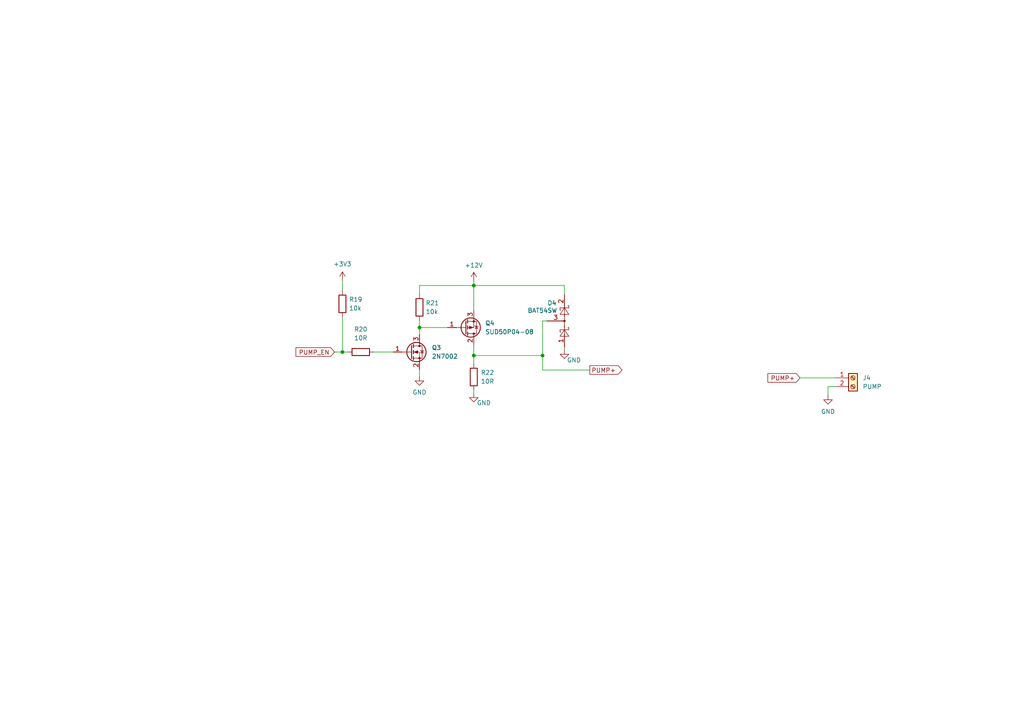
<source format=kicad_sch>
(kicad_sch (version 20211123) (generator eeschema)
  (paper "A4")
  (title_block (title "LINBus Pump Controller") (date "2023-02-20") (rev "1.0") (company "Gavin Hurlbut"))
  (lib_symbols
    (symbol "+12V_1" (power) (pin_names (offset 0))
      (property "Value" "+12V_1" (at 0 3.556 0))
      (symbol "+12V_1_0_1"
        (polyline (pts (xy -0.762 1.27) (xy 0 2.54)))
        (polyline (pts (xy 0 0) (xy 0 2.54)))
        (polyline (pts (xy 0 2.54) (xy 0.762 1.27)))
      )
      (symbol "+12V_1_1_1"
        (pin power_in line (at 0 0 90) (length 0) hide (name "+12V") (number "1"))
      )
    )
    (symbol "Connector:Screw_Terminal_01x02" (pin_names (offset 1.016) hide)
      (property "Reference" "J" (at 0 2.54 0))
      (property "Value" "Screw_Terminal_01x02" (at 0 -5.08 0))
      (symbol "Screw_Terminal_01x02_1_1"
        (rectangle (start -1.27 1.27) (end 1.27 -3.81) (stroke (width 0.254)) (fill (type background)))
        (circle (center 0 -2.54) (radius 0.635) (stroke (width 0.1524)))
        (polyline (pts (xy -0.5334 -2.2098) (xy 0.3302 -3.048)) (stroke (width 0.1524)))
        (polyline (pts (xy -0.5334 0.3302) (xy 0.3302 -0.508)) (stroke (width 0.1524)))
        (polyline (pts (xy -0.3556 -2.032) (xy 0.508 -2.8702)) (stroke (width 0.1524)))
        (polyline (pts (xy -0.3556 0.508) (xy 0.508 -0.3302)) (stroke (width 0.1524)))
        (circle (center 0 0) (radius 0.635) (stroke (width 0.1524)))
        (pin passive line (at -5.08 0 0) (length 3.81) (name "Pin_1") (number "1"))
        (pin passive line (at -5.08 -2.54 0) (length 3.81) (name "Pin_2") (number "2"))
      )
    )
    (symbol "Device:R" (pin_numbers hide) (pin_names (offset 0))
      (property "Reference" "R" (at 2.032 0 90))
      (property "Value" "R" (at 0 0 90))
      (symbol "R_0_1"
        (rectangle (start -1.016 -2.54) (end 1.016 2.54) (stroke (width 0.254)))
      )
      (symbol "R_1_1"
        (pin passive line (at 0 3.81 270) (length 1.27) (name "~") (number "1"))
        (pin passive line (at 0 -3.81 90) (length 1.27) (name "~") (number "2"))
      )
    )
    (symbol "Diode:BAT54SW" (pin_names (offset 1.016))
      (property "Reference" "D" (at 0.635 -3.81 0))
      (property "Value" "BAT54SW" (at -6.35 3.175 0))
      (symbol "BAT54SW_0_1"
        (polyline (pts (xy -3.81 0) (xy -1.27 0)))
        (polyline (pts (xy -3.175 -1.27) (xy -3.175 -1.016)))
        (polyline (pts (xy -2.54 -1.27) (xy -3.175 -1.27)))
        (polyline (pts (xy -2.54 -1.27) (xy -2.54 1.27)))
        (polyline (pts (xy -2.54 1.27) (xy -1.905 1.27)))
        (polyline (pts (xy -1.905 0) (xy 1.905 0)))
        (polyline (pts (xy -1.905 1.27) (xy -1.905 1.016)))
        (polyline (pts (xy 1.27 0) (xy 3.81 0)))
        (polyline (pts (xy 3.175 -1.27) (xy 3.175 -1.016)))
        (polyline (pts (xy 3.81 -1.27) (xy 3.175 -1.27)))
        (polyline (pts (xy 3.81 -1.27) (xy 3.81 1.27)))
        (polyline (pts (xy 3.81 1.27) (xy 4.445 1.27)))
        (polyline (pts (xy 4.445 1.27) (xy 4.445 1.016)))
        (polyline (pts (xy -4.445 1.27) (xy -4.445 -1.27) (xy -2.54 0) (xy -4.445 1.27)))
        (polyline (pts (xy 1.905 1.27) (xy 1.905 -1.27) (xy 3.81 0) (xy 1.905 1.27)))
        (circle (center 0 0) (radius 0.254) (fill (type outline)))
      )
      (symbol "BAT54SW_1_1"
        (pin passive line (at -7.62 0 0) (length 3.81) (name "~") (number "1"))
        (pin passive line (at 7.62 0 180) (length 3.81) (name "~") (number "2"))
        (pin passive line (at 0 -5.08 90) (length 5.08) (name "~") (number "3"))
      )
    )
    (symbol "GND_1" (power) (pin_names (offset 0))
      (property "Value" "GND_1" (at 0 -3.81 0))
      (symbol "GND_1_0_1"
        (polyline (pts (xy 0 0) (xy 0 -1.27) (xy 1.27 -1.27) (xy 0 -2.54) (xy -1.27 -1.27) (xy 0 -1.27)))
      )
      (symbol "GND_1_1_1"
        (pin power_in line (at 0 0 270) (length 0) hide (name "GND") (number "1"))
      )
    )
    (symbol "GND_2" (power) (pin_names (offset 0))
      (property "Value" "GND_2" (at 0 -3.81 0))
      (symbol "GND_2_0_1"
        (polyline (pts (xy 0 0) (xy 0 -1.27) (xy 1.27 -1.27) (xy 0 -2.54) (xy -1.27 -1.27) (xy 0 -1.27)))
      )
      (symbol "GND_2_1_1"
        (pin power_in line (at 0 0 270) (length 0) hide (name "GND") (number "1"))
      )
    )
    (symbol "Transistor_FET:2N7002" (pin_names hide)
      (property "Reference" "Q" (at 5.08 1.905 0))
      (property "Value" "2N7002" (at 5.08 0 0))
      (symbol "2N7002_0_1"
        (polyline (pts (xy 0.254 0) (xy -2.54 0)))
        (polyline (pts (xy 0.254 1.905) (xy 0.254 -1.905)) (stroke (width 0.254)))
        (polyline (pts (xy 0.762 -1.27) (xy 0.762 -2.286)) (stroke (width 0.254)))
        (polyline (pts (xy 0.762 0.508) (xy 0.762 -0.508)) (stroke (width 0.254)))
        (polyline (pts (xy 0.762 2.286) (xy 0.762 1.27)) (stroke (width 0.254)))
        (polyline (pts (xy 2.54 2.54) (xy 2.54 1.778)))
        (polyline (pts (xy 2.54 -2.54) (xy 2.54 0) (xy 0.762 0)))
        (polyline (pts (xy 0.762 -1.778) (xy 3.302 -1.778) (xy 3.302 1.778) (xy 0.762 1.778)))
        (polyline (pts (xy 1.016 0) (xy 2.032 0.381) (xy 2.032 -0.381) (xy 1.016 0)) (fill (type outline)))
        (polyline (pts (xy 2.794 0.508) (xy 2.921 0.381) (xy 3.683 0.381) (xy 3.81 0.254)))
        (polyline (pts (xy 3.302 0.381) (xy 2.921 -0.254) (xy 3.683 -0.254) (xy 3.302 0.381)))
        (circle (center 1.651 0) (radius 2.794) (stroke (width 0.254)))
        (circle (center 2.54 -1.778) (radius 0.254) (fill (type outline)))
        (circle (center 2.54 1.778) (radius 0.254) (fill (type outline)))
      )
      (symbol "2N7002_1_1"
        (pin input line (at -5.08 0 0) (length 2.54) (name "G") (number "1"))
        (pin passive line (at 2.54 -5.08 90) (length 2.54) (name "S") (number "2"))
        (pin passive line (at 2.54 5.08 270) (length 2.54) (name "D") (number "3"))
      )
    )
    (symbol "Transistor_FET:SUD50P04-08" (pin_names hide)
      (property "Reference" "Q" (at 4.953 1.905 0))
      (property "Value" "SUD50P04-08" (at 4.953 0 0))
      (symbol "SUD50P04-08_0_1"
        (polyline (pts (xy 0.254 0) (xy -2.54 0)))
        (polyline (pts (xy 0.254 1.905) (xy 0.254 -1.905)) (stroke (width 0.254)))
        (polyline (pts (xy 0.762 -1.27) (xy 0.762 -2.286)) (stroke (width 0.254)))
        (polyline (pts (xy 0.762 0.508) (xy 0.762 -0.508)) (stroke (width 0.254)))
        (polyline (pts (xy 0.762 2.286) (xy 0.762 1.27)) (stroke (width 0.254)))
        (polyline (pts (xy 2.54 2.54) (xy 2.54 1.778)))
        (polyline (pts (xy 2.54 -2.54) (xy 2.54 0) (xy 0.762 0)))
        (polyline (pts (xy 0.762 1.778) (xy 3.302 1.778) (xy 3.302 -1.778) (xy 0.762 -1.778)))
        (polyline (pts (xy 2.286 0) (xy 1.27 0.381) (xy 1.27 -0.381) (xy 2.286 0)) (fill (type outline)))
        (polyline (pts (xy 2.794 -0.508) (xy 2.921 -0.381) (xy 3.683 -0.381) (xy 3.81 -0.254)))
        (polyline (pts (xy 3.302 -0.381) (xy 2.921 0.254) (xy 3.683 0.254) (xy 3.302 -0.381)))
        (circle (center 1.651 0) (radius 2.794) (stroke (width 0.254)))
        (circle (center 2.54 -1.778) (radius 0.254) (fill (type outline)))
        (circle (center 2.54 1.778) (radius 0.254) (fill (type outline)))
      )
      (symbol "SUD50P04-08_1_1"
        (pin input line (at -5.08 0 0) (length 2.54) (name "G") (number "1"))
        (pin passive line (at 2.54 5.08 270) (length 2.54) (name "D") (number "2"))
        (pin passive line (at 2.54 -5.08 90) (length 2.54) (name "S") (number "3"))
      )
    )
    (symbol "power:+3V3" (power) (pin_names (offset 0))
      (property "Value" "+3V3" (at 0 3.556 0))
      (symbol "+3V3_0_1"
        (polyline (pts (xy -0.762 1.27) (xy 0 2.54)))
        (polyline (pts (xy 0 0) (xy 0 2.54)))
        (polyline (pts (xy 0 2.54) (xy 0.762 1.27)))
      )
      (symbol "+3V3_1_1"
        (pin power_in line (at 0 0 90) (length 0) hide (name "+3V3") (number "1"))
      )
    )
    (symbol "power:GND" (power) (pin_names (offset 0))
      (property "Value" "GND" (at 0 -3.81 0))
      (symbol "GND_0_1"
        (polyline (pts (xy 0 0) (xy 0 -1.27) (xy 1.27 -1.27) (xy 0 -2.54) (xy -1.27 -1.27) (xy 0 -1.27)))
      )
      (symbol "GND_1_1"
        (pin power_in line (at 0 0 270) (length 0) hide (name "GND") (number "1"))
      )
    )
  )
  (junction (at 137.414 103.124))
  (junction (at 99.314 102.108))
  (junction (at 157.353 103.124))
  (junction (at 137.414 82.804))
  (junction (at 121.666 94.996))
  (wire (pts (xy 137.414 81.534) (xy 137.414 82.804)))
  (wire (pts (xy 121.666 107.188) (xy 121.666 109.22)))
  (wire (pts (xy 240.157 114.681) (xy 240.157 112.141)))
  (wire (pts (xy 137.414 82.804) (xy 163.703 82.804)))
  (wire (pts (xy 137.414 103.124) (xy 157.353 103.124)))
  (wire (pts (xy 100.838 102.108) (xy 99.314 102.108)))
  (wire (pts (xy 121.666 85.344) (xy 121.666 82.804)))
  (wire (pts (xy 242.316 109.601) (xy 232.029 109.601)))
  (wire (pts (xy 99.314 84.328) (xy 99.314 81.407)))
  (wire (pts (xy 108.458 102.108) (xy 114.046 102.108)))
  (wire (pts (xy 137.414 113.157) (xy 137.414 114.046)))
  (wire (pts (xy 163.703 82.804) (xy 163.703 85.471)))
  (wire (pts (xy 121.666 82.804) (xy 137.414 82.804)))
  (wire (pts (xy 121.666 94.996) (xy 129.794 94.996)))
  (wire (pts (xy 157.353 103.124) (xy 157.353 107.315)))
  (wire (pts (xy 137.414 105.537) (xy 137.414 103.124)))
  (wire (pts (xy 158.623 93.091) (xy 157.353 93.091)))
  (wire (pts (xy 121.666 92.964) (xy 121.666 94.996)))
  (wire (pts (xy 157.353 93.091) (xy 157.353 103.124)))
  (wire (pts (xy 99.314 91.948) (xy 99.314 102.108)))
  (wire (pts (xy 137.414 82.804) (xy 137.414 89.916)))
  (wire (pts (xy 157.353 107.315) (xy 171.069 107.315)))
  (wire (pts (xy 121.666 94.996) (xy 121.666 97.028)))
  (wire (pts (xy 240.157 112.141) (xy 242.316 112.141)))
  (wire (pts (xy 163.703 100.711) (xy 163.703 101.473)))
  (wire (pts (xy 99.314 102.108) (xy 97.028 102.108)))
  (wire (pts (xy 137.414 103.124) (xy 137.414 100.076)))
  (global_label "PUMP+" (shape input) (at 232.029 109.601 180) (property "Intersheet References" "${INTERSHEET_REFS}" (effects hide)))
  (global_label "PUMP+" (shape output) (at 171.069 107.315 0) (property "Intersheet References" "${INTERSHEET_REFS}" (effects hide)))
  (global_label "PUMP_EN" (shape input) (at 97.028 102.108 180) (property "Intersheet References" "${INTERSHEET_REFS}" (effects hide)))
  (symbol (lib_name "GND_2") (lib_id "power:GND") (at 121.666 109.22 0) (unit 1)
    (property "Reference" "#PWR041" (effects hide))
    (property "Value" "GND" (at 121.666 113.792 0))
  )
  (symbol (lib_id "Connector:Screw_Terminal_01x02") (at 247.396 109.601 0) (unit 1)
    (property "Reference" "J4" (at 250.19 109.6009 0) (effects (justify left)))
    (property "Value" "PUMP" (at 250.19 112.1409 0) (effects (justify left)))
    (property "Footprint" "TerminalBlock_TE-Connectivity:TerminalBlock_TE_282834-2_1x02_P2.54mm_Horizontal" (effects hide))
  )
  (symbol (lib_id "Device:R") (at 104.648 102.108 90) (unit 1)
    (property "Reference" "R20" (at 104.648 95.504 90))
    (property "Value" "10R" (at 104.648 98.044 90))
    (property "Footprint" "Resistor_SMD:R_0805_2012Metric_Pad1.20x1.40mm_HandSolder" (effects hide))
  )
  (symbol (lib_name "GND_1") (lib_id "power:GND") (at 137.414 114.046 0) (unit 1)
    (property "Reference" "#PWR043" (effects hide))
    (property "Value" "GND" (at 140.335 116.84 0))
  )
  (symbol (lib_id "Transistor_FET:SUD50P04-08") (at 134.874 94.996 0) (mirror x) (unit 1)
    (property "Reference" "Q4" (at 140.716 93.7259 0) (effects (justify left)))
    (property "Value" "SUD50P04-08" (at 140.716 96.2659 0) (effects (justify left)))
    (property "Footprint" "Package_TO_SOT_SMD:TO-252-2" (effects hide))
    (property "Datasheet" "https://www.vishay.com/docs/65594/sud50p04-08.pdf" (effects hide))
  )
  (symbol (lib_id "power:+3V3") (at 99.314 81.407 0) (unit 1)
    (property "Reference" "#PWR040" (effects hide))
    (property "Value" "+3V3" (at 99.314 76.581 0))
  )
  (symbol (lib_id "Device:R") (at 99.314 88.138 0) (unit 1)
    (property "Reference" "R19" (at 101.219 86.8679 0) (effects (justify left)))
    (property "Value" "10k" (at 101.219 89.4079 0) (effects (justify left)))
    (property "Footprint" "Resistor_SMD:R_0805_2012Metric_Pad1.20x1.40mm_HandSolder" (effects hide))
  )
  (symbol (lib_id "Diode:BAT54SW") (at 163.703 93.091 270) (mirror x) (unit 1)
    (property "Reference" "D4" (at 158.75 87.884 90) (effects (justify left)))
    (property "Value" "BAT54SW" (at 153.0096 90.0684 90) (effects (justify left)))
    (property "Footprint" "Package_TO_SOT_SMD:SOT-323_SC-70" (effects hide))
    (property "Datasheet" "https://assets.nexperia.com/documents/data-sheet/BAT54W_SER.pdf" (effects hide))
  )
  (symbol (lib_id "Device:R") (at 137.414 109.347 0) (unit 1)
    (property "Reference" "R22" (at 139.446 108.0769 0) (effects (justify left)))
    (property "Value" "10R" (at 139.446 110.6169 0) (effects (justify left)))
    (property "Footprint" "Resistor_SMD:R_0805_2012Metric_Pad1.20x1.40mm_HandSolder" (effects hide))
  )
  (symbol (lib_id "power:GND") (at 163.703 101.473 0) (unit 1)
    (property "Reference" "#PWR044" (effects hide))
    (property "Value" "GND" (at 166.4716 104.4448 0))
  )
  (symbol (lib_id "Device:R") (at 121.666 89.154 0) (unit 1)
    (property "Reference" "R21" (at 123.444 87.8839 0) (effects (justify left)))
    (property "Value" "10k" (at 123.444 90.4239 0) (effects (justify left)))
    (property "Footprint" "Resistor_SMD:R_0805_2012Metric_Pad1.20x1.40mm_HandSolder" (effects hide))
  )
  (symbol (lib_id "Transistor_FET:2N7002") (at 119.126 102.108 0) (unit 1)
    (property "Reference" "Q3" (at 125.222 100.8379 0) (effects (justify left)))
    (property "Value" "2N7002" (at 125.222 103.3779 0) (effects (justify left)))
    (property "Footprint" "Package_TO_SOT_SMD:SOT-23" (effects hide))
    (property "Datasheet" "https://www.onsemi.com/pub/Collateral/NDS7002A-D.PDF" (effects hide))
  )
  (symbol (lib_id "power:GND") (at 240.157 114.681 0) (unit 1)
    (property "Reference" "#PWR045" (effects hide))
    (property "Value" "GND" (at 240.157 119.38 0))
  )
  (symbol (lib_name "+12V_1") (lib_id "power:+12V") (at 137.414 81.534 0) (unit 1)
    (property "Reference" "#PWR042" (effects hide))
    (property "Value" "+12V" (at 137.414 76.962 0))
  )
)
</source>
